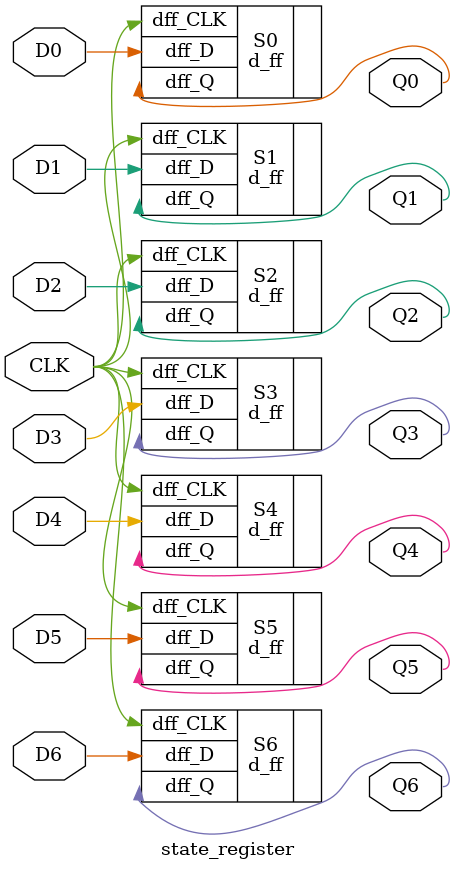
<source format=sv>
module state_register (
	input logic CLK, D0, D1, D2, D3, D4, D5, D6,
	output logic Q0, Q1, Q2, Q3, Q4, Q5, Q6
);
	
	//S0 - $0.00
	d_ff S0 (.dff_D(D0), .dff_CLK(CLK), .dff_Q(Q0));
	//S1 - $0.25
	d_ff S1 (.dff_D(D1), .dff_CLK(CLK), .dff_Q(Q1));
	//S2 - $0.50
	d_ff S2 (.dff_D(D2), .dff_CLK(CLK), .dff_Q(Q2));
	//S3 - $0.75
	d_ff S3 (.dff_D(D3), .dff_CLK(CLK), .dff_Q(Q3));
	//S4 - $1.00
	d_ff S4 (.dff_D(D4), .dff_CLK(CLK), .dff_Q(Q4));
	//S5 - $1.25
	d_ff S5 (.dff_D(D5), .dff_CLK(CLK), .dff_Q(Q5));
	//S6 - $1.50
	d_ff S6 (.dff_D(D6), .dff_CLK(CLK), .dff_Q(Q6));
	
	
endmodule
</source>
